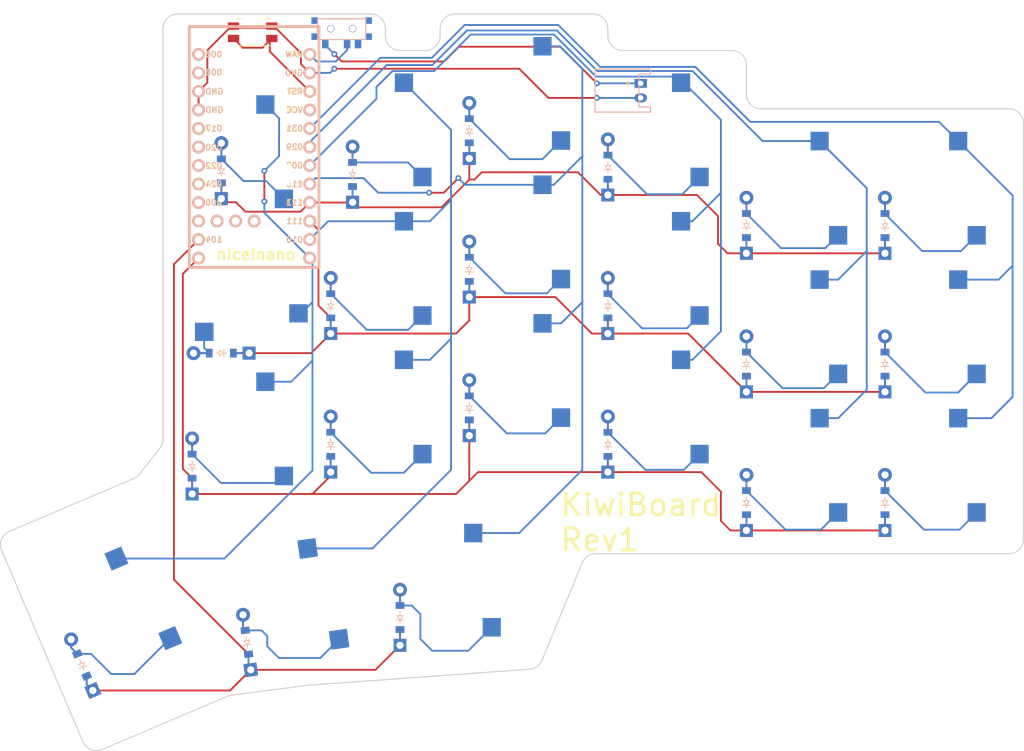
<source format=kicad_pcb>
(kicad_pcb (version 20240108) (generator "pcbnew") (generator_version "8.0")
  (title_block (title "right") (rev "v1.0.0") (company "Unknown"))
  (layers (0 "F.Cu" signal) (31 "B.Cu" signal) (34 "B.Paste" user) (35 "F.Paste" user) (36 "B.SilkS" user "B.Silkscreen") (37 "F.SilkS" user "F.Silkscreen") (38 "B.Mask" user) (39 "F.Mask" user) (44 "Edge.Cuts" user))
  (net 0 "")
  (net 1 "P031")
  (net 2 "mirror_ColA_Row1")
  (net 3 "mirror_ColA_Row2")
  (net 4 "mirror_ColA_Row3")
  (net 5 "P029")
  (net 6 "mirror_ColB_Row1")
  (net 7 "mirror_ColB_Row2")
  (net 8 "mirror_ColB_Row3")
  (net 9 "P002")
  (net 10 "mirror_ColC_Row1")
  (net 11 "mirror_ColC_Row2")
  (net 12 "mirror_ColC_Row3")
  (net 13 "P115")
  (net 14 "mirror_ColD_Row1")
  (net 15 "mirror_ColD_Row2")
  (net 16 "mirror_ColD_Row3")
  (net 17 "P010")
  (net 18 "mirror_ColE_Row1")
  (net 19 "mirror_ColE_Row2")
  (net 20 "mirror_ColE_Row3")
  (net 21 "P009")
  (net 22 "mirror_ColF_Row1")
  (net 23 "mirror_ColF_Row3")
  (net 24 "mirror_ColD_Row0")
  (net 25 "mirror_ColE_Row0")
  (net 26 "mirror_ColF_Row0")
  (net 27 "mirror_ColF_Row2")
  (net 28 "RAW")
  (net 29 "GND")
  (net 30 "RST")
  (net 31 "VCC")
  (net 32 "P113")
  (net 33 "P111")
  (net 34 "P006")
  (net 35 "P008")
  (net 36 "P017")
  (net 37 "P020")
  (net 38 "P022")
  (net 39 "P024")
  (net 40 "P100")
  (net 41 "P011")
  (net 42 "P104")
  (net 43 "P106")
  (net 44 "P101")
  (net 45 "P102")
  (net 46 "P107")
  (net 47 "pos")
  (footprint "E73:SPDT_C128955" (layer "F.Cu") (at 215 99.5)
    (property "Reference" "T1" (hide yes))
    (property "Value" "" (hide yes))
  )
  (footprint "JST_PH_S2B-PH-K_02x2.00mm_Angled" (layer "F.Cu") (at 256 108 -90)
    (property "Reference" "JST1" (hide yes))
    (property "Value" "" (hide yes))
  )
  (footprint "Panasonic_EVQPUL_EVQPUC" (layer "F.Cu") (at 202.8 100)
    (property "Reference" "B1" (hide yes))
    (property "Value" "Panasonic_EVQPUL_EVQPUC" (hide yes))
  )
  (footprint "MX" (layer "F.Cu") (at 240 109 -90)
    (property "Reference" "S12" (hide yes))
    (property "Value" "" (hide yes))
  )
  (footprint "ComboDiode" (layer "F.Cu") (at 194.5 159.5 90)
    (property "Reference" "D14" (hide yes))
    (property "Value" "" (hide yes))
  )
  (footprint "ComboDiode" (layer "F.Cu") (at 251.5 137.5 90)
    (property "Reference" "D8" (hide yes))
    (property "Value" "" (hide yes))
  )
  (footprint "MX" (layer "F.Cu") (at 221 114 -90)
    (property "Reference" "S15" (hide yes))
    (property "Value" "" (hide yes))
  )
  (footprint "MX" (layer "F.Cu") (at 240 147 -90)
    (property "Reference" "S10" (hide yes))
    (property "Value" "" (hide yes))
  )
  (footprint "MX" (layer "F.Cu") (at 297 122 -90)
    (property "Reference" "S3" (hide yes))
    (property "Value" "" (hide yes))
  )
  (footprint "MX" (layer "F.Cu") (at 240 128 -90)
    (property "Reference" "S11" (hide yes))
    (property "Value" "" (hide yes))
  )
  (footprint "MX" (layer "F.Cu") (at 259 152 -90)
    (property "Reference" "S7" (hide yes))
    (property "Value" "" (hide yes))
  )
  (footprint "MX" (layer "F.Cu") (at 221 133 -90)
    (property "Reference" "S14" (hide yes))
    (property "Value" "" (hide yes))
  )
  (footprint "ComboDiode" (layer "F.Cu") (at 270.5 145.5 90)
    (property "Reference" "D5" (hide yes))
    (property "Value" "" (hide yes))
  )
  (footprint "MX" (layer "F.Cu") (at 230.5 175.75 -90)
    (property "Reference" "S18" (hide yes))
    (property "Value" "" (hide yes))
  )
  (footprint "MX" (layer "F.Cu") (at 208.807542 178.148055 -82)
    (property "Reference" "S19" (hide yes))
    (property "Value" "" (hide yes))
  )
  (footprint "MX" (layer "F.Cu") (at 259 114 -90)
    (property "Reference" "S9" (hide yes))
    (property "Value" "" (hide yes))
  )
  (footprint "ComboDiode" (layer "F.Cu") (at 232.5 113.5 90)
    (property "Reference" "D12" (hide yes))
    (property "Value" "" (hide yes))
  )
  (footprint "ComboDiode" (layer "F.Cu") (at 289.5 126.5 90)
    (property "Reference" "D3" (hide yes))
    (property "Value" "" (hide yes))
  )
  (footprint "MX" (layer "F.Cu") (at 278 141 -90)
    (property "Reference" "S5" (hide yes))
    (property "Value" "" (hide yes))
  )
  (footprint "MX" (layer "F.Cu") (at 184.539406 179.679128 -67)
    (property "Reference" "S20" (hide yes))
    (property "Value" "" (hide yes))
  )
  (footprint "MX" (layer "F.Cu") (at 259 133 -90)
    (property "Reference" "S8" (hide yes))
    (property "Value" "" (hide yes))
  )
  (footprint "ComboDiode" (layer "F.Cu") (at 198.5 144 180)
    (property "Reference" "D18" (hide yes))
    (property "Value" "" (hide yes))
  )
  (footprint "ComboDiode" (layer "F.Cu") (at 232.5 151.5 90)
    (property "Reference" "D10" (hide yes))
    (property "Value" "" (hide yes))
  )
  (footprint "ComboDiode" (layer "F.Cu") (at 251.5 118.5 90)
    (property "Reference" "D9" (hide yes))
    (property "Value" "" (hide yes))
  )
  (footprint "ComboDiode" (layer "F.Cu") (at 289.5 145.5 90)
    (property "Reference" "D2" (hide yes))
    (property "Value" "" (hide yes))
  )
  (footprint "MX" (layer "F.Cu") (at 202 155 -90)
    (property "Reference" "S16" (hide yes))
    (property "Value" "" (hide yes))
  )
  (footprint "ComboDiode" (layer "F.Cu") (at 179.393909 186.751884 113)
    (property "Reference" "D17" (hide yes))
    (property "Value" "" (hide yes))
  )
  (footprint "ComboDiode" (layer "F.Cu") (at 213.5 137.5 90)
    (property "Reference" "D21" (hide yes))
    (property "Value" "" (hide yes))
  )
  (footprint "ComboDiode" (layer "F.Cu") (at 251.5 156.5 90)
    (property "Reference" "D7" (hide yes))
    (property "Value" "" (hide yes))
  )
  (footprint "ComboDiode" (layer "F.Cu") (at 216.5 119.5 90)
    (property "Reference" "D20" (hide yes))
    (property "Value" "" (hide yes))
  )
  (footprint "MX" (layer "F.Cu") (at 202 117 -90)
    (property "Reference" "S17" (hide yes))
    (property "Value" "" (hide yes))
  )
  (footprint "MX" (layer "F.Cu") (at 202 136 180)
    (property "Reference" "S21" (hide yes))
    (property "Value" "" (hide yes))
  )
  (footprint "ComboDiode" (layer "F.Cu") (at 202.00681 183.64806 98)
    (property "Reference" "D16" (hide yes))
    (property "Value" "" (hide yes))
  )
  (footprint "MX" (layer "F.Cu") (at 297 141 -90)
    (property "Reference" "S2" (hide yes))
    (property "Value" "" (hide yes))
  )
  (footprint "ComboDiode" (layer "F.Cu") (at 289.5 164.5 90)
    (property "Reference" "D1" (hide yes))
    (property "Value" "" (hide yes))
  )
  (footprint "ComboDiode" (layer "F.Cu") (at 270.5 126.5 90)
    (property "Reference" "D6" (hide yes))
    (property "Value" "" (hide yes))
  )
  (footprint "nice_nano" (layer "F.Cu") (at 203 117 -90)
    (property "Reference" "MCU1" (hide yes))
    (property "Value" "nice_nano" (hide yes))
  )
  (footprint "ComboDiode" (layer "F.Cu") (at 270.5 164.5 90)
    (property "Reference" "D4" (hide yes))
    (property "Value" "" (hide yes))
  )
  (footprint "MX" (layer "F.Cu") (at 278 160 -90)
    (property "Reference" "S4" (hide yes))
    (property "Value" "" (hide yes))
  )
  (footprint "ComboDiode" (layer "F.Cu") (at 213.5 156.5 90)
    (property "Reference" "D13" (hide yes))
    (property "Value" "" (hide yes))
  )
  (footprint "MX" (layer "F.Cu") (at 297 160 -90)
    (property "Reference" "S1" (hide yes))
    (property "Value" "" (hide yes))
  )
  (footprint "ComboDiode" (layer "F.Cu") (at 223 180.25 90)
    (property "Reference" "D15" (hide yes))
    (property "Value" "" (hide yes))
  )
  (footprint "MX" (layer "F.Cu") (at 221 152 -90)
    (property "Reference" "S13" (hide yes))
    (property "Value" "" (hide yes))
  )
  (footprint "ComboDiode" (layer "F.Cu") (at 232.5 132.5 90)
    (property "Reference" "D11" (hide yes))
    (property "Value" "" (hide yes))
  )
  (footprint "ComboDiode" (layer "F.Cu") (at 198.5 119 90)
    (property "Reference" "D19" (hide yes))
    (property "Value" "" (hide yes))
  )
  (footprint "MX" (layer "F.Cu") (at 278 122 -90)
    (property "Reference" "S6" (hide yes))
    (property "Value" "" (hide yes))
  )
  (gr_arc (start 210.352485 189.543301) (mid 210.408111 189.536919) (end 210.463894 189.532096) (stroke (width 0.15)) (layer "Edge.Cuts"))
  (gr_arc (start 228.5 100.5) (mid 227.914214 101.914214) (end 226.5 102.5) (stroke (width 0.15)) (layer "Edge.Cuts"))
  (gr_line (start 226.5 102.5) (end 223 102.5) (stroke (width 0.15)) (layer "Edge.Cuts"))
  (gr_line (start 308.5 169.5) (end 308.5 112.5) (stroke (width 0.15)) (layer "Edge.Cuts"))
  (gr_line (start 270.5 108.5) (end 270.5 104.5) (stroke (width 0.15)) (layer "Edge.Cuts"))
  (gr_line (start 249.5 97.5) (end 230.5 97.5) (stroke (width 0.15)) (layer "Edge.Cuts"))
  (gr_line (start 251.5 100.5) (end 251.5 99.5) (stroke (width 0.15)) (layer "Edge.Cuts"))
  (gr_line (start 228.5 99.5) (end 228.5 100.5) (stroke (width 0.15)) (layer "Edge.Cuts"))
  (gr_arc (start 249.5 97.5) (mid 250.914214 98.085786) (end 251.5 99.5) (stroke (width 0.15)) (layer "Edge.Cuts"))
  (gr_line (start 210.463894 189.532096) (end 240.76715 187.339215) (stroke (width 0.15)) (layer "Edge.Cuts"))
  (gr_line (start 190.068841 157.045298) (end 187.251784 160.608107) (stroke (width 0.15)) (layer "Edge.Cuts"))
  (gr_arc (start 308.5 169.5) (mid 307.914214 170.914214) (end 306.5 171.5) (stroke (width 0.15)) (layer "Edge.Cuts"))
  (gr_arc (start 190.5 155.80484) (mid 190.389138 156.461467) (end 190.068841 157.045298) (stroke (width 0.15)) (layer "Edge.Cuts"))
  (gr_arc (start 168.385681 171.055342) (mid 168.372323 169.524666) (end 169.445229 168.43287) (stroke (width 0.15)) (layer "Edge.Cuts"))
  (gr_arc (start 247.989482 172.737025) (mid 248.726014 171.83778) (end 249.83823 171.5) (stroke (width 0.15)) (layer "Edge.Cuts"))
  (gr_line (start 219 97.5) (end 192.5 97.5) (stroke (width 0.15)) (layer "Edge.Cuts"))
  (gr_arc (start 268.5 102.5) (mid 269.914214 103.085786) (end 270.5 104.5) (stroke (width 0.15)) (layer "Edge.Cuts"))
  (gr_line (start 182.14399 198.349278) (end 199.38053 191.032801) (stroke (width 0.15)) (layer "Edge.Cuts"))
  (gr_arc (start 223 102.5) (mid 221.585786 101.914214) (end 221 100.5) (stroke (width 0.15)) (layer "Edge.Cuts"))
  (gr_line (start 268.5 102.5) (end 253.5 102.5) (stroke (width 0.15)) (layer "Edge.Cuts"))
  (gr_line (start 199.906231 190.890231) (end 210.352484 189.543301) (stroke (width 0.15)) (layer "Edge.Cuts"))
  (gr_arc (start 306.5 110.5) (mid 307.914214 111.085786) (end 308.5 112.5) (stroke (width 0.15)) (layer "Edge.Cuts"))
  (gr_arc (start 219 97.5) (mid 220.414214 98.085786) (end 221 99.5) (stroke (width 0.15)) (layer "Edge.Cuts"))
  (gr_line (start 242.471547 186.107406) (end 247.989482 172.737025) (stroke (width 0.15)) (layer "Edge.Cuts"))
  (gr_line (start 221 100.5) (end 221 99.5) (stroke (width 0.15)) (layer "Edge.Cuts"))
  (gr_line (start 186.464405 161.208658) (end 169.445229 168.43287) (stroke (width 0.15)) (layer "Edge.Cuts"))
  (gr_arc (start 272.5 110.5) (mid 271.085786 109.914214) (end 270.5 108.5) (stroke (width 0.15)) (layer "Edge.Cuts"))
  (gr_line (start 249.83823 171.5) (end 306.5 171.5) (stroke (width 0.15)) (layer "Edge.Cuts"))
  (gr_arc (start 182.14399 198.349278) (mid 180.613314 198.362636) (end 179.521518 197.28973) (stroke (width 0.15)) (layer "Edge.Cuts"))
  (gr_arc (start 253.5 102.5) (mid 252.085786 101.914214) (end 251.5 100.5) (stroke (width 0.15)) (layer "Edge.Cuts"))
  (gr_line (start 306.5 110.5) (end 272.5 110.5) (stroke (width 0.15)) (layer "Edge.Cuts"))
  (gr_arc (start 187.251784 160.608106) (mid 186.895851 160.957885) (end 186.464405 161.208658) (stroke (width 0.15)) (layer "Edge.Cuts"))
  (gr_arc (start 228.5 99.5) (mid 229.085786 98.085786) (end 230.5 97.5) (stroke (width 0.15)) (layer "Edge.Cuts"))
  (gr_arc (start 190.5 99.5) (mid 191.085786 98.085786) (end 192.5 97.5) (stroke (width 0.15)) (layer "Edge.Cuts"))
  (gr_line (start 190.5 99.5) (end 190.5 155.80484) (stroke (width 0.15)) (layer "Edge.Cuts"))
  (gr_arc (start 242.471547 186.107407) (mid 241.794315 186.965404) (end 240.76715 187.339215) (stroke (width 0.15)) (layer "Edge.Cuts"))
  (gr_line (start 168.385681 171.055342) (end 179.521518 197.28973) (stroke (width 0.15)) (layer "Edge.Cuts"))
  (gr_arc (start 199.38053 191.0328) (mid 199.638504 190.943535) (end 199.906231 190.890231) (stroke (width 0.15)) (layer "Edge.Cuts"))
  (gr_text "KiwiBoard\nRev1" (at 244.75 167.2 0) (layer "F.SilkS") (effects (font (size 3 3) (thickness 0.4)) (justify left)))
  (segment (start 231.863604 99) (end 227.363604 103.5) (width 0.25) (layer "B.Cu") (net 1))
  (segment (start 307 132) (end 307 122.375) (width 0.25) (layer "B.Cu") (net 1))
  (segment (start 299.54 152.915) (end 304.085 152.915) (width 0.25) (layer "B.Cu") (net 1))
  (segment (start 307 122.375) (end 299.54 114.915) (width 0.25) (layer "B.Cu") (net 1))
  (segment (start 304.085 152.915) (end 307 150) (width 0.25) (layer "B.Cu") (net 1))
  (segment (start 244.692792 99) (end 231.863604 99) (width 0.25) (layer "B.Cu") (net 1))
  (segment (start 227.363604 103.5) (end 220.31 103.5) (width 0.25) (layer "B.Cu") (net 1))
  (segment (start 271.031802 112.281802) (end 263.5 104.75) (width 0.25) (layer "B.Cu") (net 1))
  (segment (start 305.085 133.915) (end 307 132) (width 0.25) (layer "B.Cu") (net 1))
  (segment (start 299.54 133.915) (end 305.085 133.915) (width 0.25) (layer "B.Cu") (net 1))
  (segment (start 299.54 114.915) (end 296.906802 112.281802) (width 0.25) (layer "B.Cu") (net 1))
  (segment (start 307 150) (end 307 132) (width 0.25) (layer "B.Cu") (net 1))
  (segment (start 250.442792 104.75) (end 244.692792 99) (width 0.25) (layer "B.Cu") (net 1))
  (segment (start 263.5 104.75) (end 250.442792 104.75) (width 0.25) (layer "B.Cu") (net 1))
  (segment (start 220.31 103.5) (end 210.62 113.19) (width 0.25) (layer "B.Cu") (net 1))
  (segment (start 296.906802 112.281802) (end 271.031802 112.281802) (width 0.25) (layer "B.Cu") (net 1))
  (segment (start 289.5 160.69) (end 289.5 162.85) (width 0.25) (layer "F.Cu") (net 2))
  (segment (start 289.5 160.69) (end 289.5 162.85) (width 0.25) (layer "B.Cu") (net 2))
  (segment (start 299.722 168.2) (end 302.08 165.842) (width 0.25) (layer "B.Cu") (net 2))
  (segment (start 294.85 168.2) (end 299.722 168.2) (width 0.25) (layer "B.Cu") (net 2))
  (segment (start 289.5 162.85) (end 294.85 168.2) (width 0.25) (layer "B.Cu") (net 2))
  (segment (start 289.5 141.69) (end 289.5 143.85) (width 0.25) (layer "F.Cu") (net 3))
  (segment (start 299.522 149.4) (end 302.08 146.842) (width 0.25) (layer "B.Cu") (net 3))
  (segment (start 295.05 149.4) (end 299.522 149.4) (width 0.25) (layer "B.Cu") (net 3))
  (segment (start 289.5 141.69) (end 289.5 143.85) (width 0.25) (layer "B.Cu") (net 3))
  (segment (start 289.5 143.85) (end 295.05 149.4) (width 0.25) (layer "B.Cu") (net 3))
  (segment (start 289.5 122.69) (end 289.5 124.85) (width 0.25) (layer "F.Cu") (net 4))
  (segment (start 289.5 122.69) (end 289.5 124.85) (width 0.25) (layer "B.Cu") (net 4))
  (segment (start 289.5 124.85) (end 289.5 124.9) (width 0.25) (layer "B.Cu") (net 4))
  (segment (start 299.922 130) (end 302.08 127.842) (width 0.25) (layer "B.Cu") (net 4))
  (segment (start 294.6 130) (end 299.922 130) (width 0.25) (layer "B.Cu") (net 4))
  (segment (start 289.5 124.9) (end 294.6 130) (width 0.25) (layer "B.Cu") (net 4))
  (segment (start 221.175 104.5) (end 210.62 115.055) (width 0.25) (layer "B.Cu") (net 5))
  (segment (start 283.085 133.915) (end 287 130) (width 0.25) (layer "B.Cu") (net 5))
  (segment (start 210.62 115.055) (end 210.62 115.73) (width 0.25) (layer "B.Cu") (net 5))
  (segment (start 263.115 105.315) (end 250.065 105.315) (width 0.25) (layer "B.Cu") (net 5))
  (segment (start 283.085 152.915) (end 287 149) (width 0.25) (layer "B.Cu") (net 5))
  (segment (start 232.181802 99.75) (end 227.431802 104.5) (width 0.25) (layer "B.Cu") (net 5))
  (segment (start 287 130) (end 287 121.375) (width 0.25) (layer "B.Cu") (net 5))
  (segment (start 287 121.375) (end 280.54 114.915) (width 0.25) (layer "B.Cu") (net 5))
  (segment (start 287 149) (end 287 130) (width 0.25) (layer "B.Cu") (net 5))
  (segment (start 280.54 114.915) (end 272.715 114.915) (width 0.25) (layer "B.Cu") (net 5))
  (segment (start 250.065 105.315) (end 244.5 99.75) (width 0.25) (layer "B.Cu") (net 5))
  (segment (start 244.5 99.75) (end 232.181802 99.75) (width 0.25) (layer "B.Cu") (net 5))
  (segment (start 280.54 133.915) (end 283.085 133.915) (width 0.25) (layer "B.Cu") (net 5))
  (segment (start 272.715 114.915) (end 263.115 105.315) (width 0.25) (layer "B.Cu") (net 5))
  (segment (start 227.431802 104.5) (end 221.175 104.5) (width 0.25) (layer "B.Cu") (net 5))
  (segment (start 280.54 152.915) (end 283.085 152.915) (width 0.25) (layer "B.Cu") (net 5))
  (segment (start 270.5 160.69) (end 270.5 162.85) (width 0.25) (layer "F.Cu") (net 6))
  (segment (start 270.5 160.69) (end 270.5 162.85) (width 0.25) (layer "B.Cu") (net 6))
  (segment (start 280.722 168.2) (end 283.08 165.842) (width 0.25) (layer "B.Cu") (net 6))
  (segment (start 275.85 168.2) (end 280.722 168.2) (width 0.25) (layer "B.Cu") (net 6))
  (segment (start 270.5 162.85) (end 275.85 168.2) (width 0.25) (layer "B.Cu") (net 6))
  (segment (start 270.5 141.69) (end 270.5 143.85) (width 0.25) (layer "F.Cu") (net 7))
  (segment (start 281.122 148.8) (end 283.08 146.842) (width 0.25) (layer "B.Cu") (net 7))
  (segment (start 275.45 148.8) (end 281.122 148.8) (width 0.25) (layer "B.Cu") (net 7))
  (segment (start 270.5 143.85) (end 275.45 148.8) (width 0.25) (layer "B.Cu") (net 7))
  (segment (start 270.5 141.69) (end 270.5 143.85) (width 0.25) (layer "B.Cu") (net 7))
  (segment (start 270.5 122.69) (end 270.5 124.85) (width 0.25) (layer "F.Cu") (net 8))
  (segment (start 270.5 122.69) (end 270.5 124.85) (width 0.25) (layer "B.Cu") (net 8))
  (segment (start 281.322 129.6) (end 283.08 127.842) (width 0.25) (layer "B.Cu") (net 8))
  (segment (start 275.25 129.6) (end 281.322 129.6) (width 0.25) (layer "B.Cu") (net 8))
  (segment (start 270.5 124.85) (end 275.25 129.6) (width 0.25) (layer "B.Cu") (net 8))
  (segment (start 221.965 105.315) (end 219.7741 107.5059) (width 0.25) (layer "B.Cu") (net 9))
  (segment (start 267 112) (end 261.915 106.915) (width 0.25) (layer "B.Cu") (net 9))
  (segment (start 261.54 106.915) (end 260.7 106.075) (width 0.25) (layer "B.Cu") (net 9))
  (segment (start 232.685 100.315) (end 227.685 105.315) (width 0.25) (layer "B.Cu") (net 9))
  (segment (start 244.115 100.315) (end 232.685 100.315) (width 0.25) (layer "B.Cu") (net 9))
  (segment (start 249.875 106.075) (end 244.115 100.315) (width 0.25) (layer "B.Cu") (net 9))
  (segment (start 263.085 125.915) (end 267 122) (width 0.25) (layer "B.Cu") (net 9))
  (segment (start 260.7 106.075) (end 249.875 106.075) (width 0.25) (layer "B.Cu") (net 9))
  (segment (start 227.685 105.315) (end 221.965 105.315) (width 0.25) (layer "B.Cu") (net 9))
  (segment (start 267 141) (end 267 112) (width 0.25) (layer "B.Cu") (net 9))
  (segment (start 219.7741 109.1159) (end 210.62 118.27) (width 0.25) (layer "B.Cu") (net 9))
  (segment (start 261.54 125.915) (end 263.085 125.915) (width 0.25) (layer "B.Cu") (net 9))
  (segment (start 263.085 144.915) (end 267 141) (width 0.25) (layer "B.Cu") (net 9))
  (segment (start 261.54 144.915) (end 263.085 144.915) (width 0.25) (layer "B.Cu") (net 9))
  (segment (start 261.915 106.915) (end 261.54 106.915) (width 0.25) (layer "B.Cu") (net 9))
  (segment (start 219.7741 107.5059) (end 219.7741 109.1159) (width 0.25) (layer "B.Cu") (net 9))
  (segment (start 251.5 152.69) (end 251.5 154.85) (width 0.25) (layer "F.Cu") (net 10))
  (segment (start 256.65 160) (end 261.922 160) (width 0.25) (layer "B.Cu") (net 10))
  (segment (start 251.5 154.85) (end 256.65 160) (width 0.25) (layer "B.Cu") (net 10))
  (segment (start 261.922 160) (end 264.08 157.842) (width 0.25) (layer "B.Cu") (net 10))
  (segment (start 251.5 152.69) (end 251.5 154.85) (width 0.25) (layer "B.Cu") (net 10))
  (segment (start 251.5 133.69) (end 251.5 135.85) (width 0.25) (layer "F.Cu") (net 11))
  (segment (start 251.5 133.69) (end 251.5 135.85) (width 0.25) (layer "B.Cu") (net 11))
  (segment (start 262.322 140.6) (end 264.08 138.842) (width 0.25) (layer "B.Cu") (net 11))
  (segment (start 251.5 135.9) (end 256.2 140.6) (width 0.25) (layer "B.Cu") (net 11))
  (segment (start 256.2 140.6) (end 262.322 140.6) (width 0.25) (layer "B.Cu") (net 11))
  (segment (start 251.5 135.85) (end 251.5 135.9) (width 0.25) (layer "B.Cu") (net 11))
  (segment (start 251.5 114.69) (end 251.5 116.85) (width 0.25) (layer "F.Cu") (net 12))
  (segment (start 251.5 116.85) (end 256.85 122.2) (width 0.25) (layer "B.Cu") (net 12))
  (segment (start 251.5 114.69) (end 251.5 116.85) (width 0.25) (layer "B.Cu") (net 12))
  (segment (start 256.85 122.2) (end 261.722 122.2) (width 0.25) (layer "B.Cu") (net 12))
  (segment (start 261.722 122.2) (end 264.08 119.842) (width 0.25) (layer "B.Cu") (net 12))
  (segment (start 229 122) (end 227 122) (width 0.25) (layer "F.Cu") (net 13))
  (segment (start 231 120) (end 229 122) (width 0.25) (layer "F.Cu") (net 13))
  (via (at 227 122) (size 0.8) (drill 0.4) (layers "F.Cu" "B.Cu") (net 13))
  (via (at 231 120) (size 0.8) (drill 0.4) (layers "F.Cu" "B.Cu") (net 13))
  (segment (start 245.085 139.915) (end 248 137) (width 0.25) (layer "B.Cu") (net 13))
  (segment (start 233.04 168.665) (end 239.335 168.665) (width 0.25) (layer "B.Cu") (net 13))
  (segment (start 244.085 120.915) (end 248 117) (width 0.25) (layer "B.Cu") (net 13))
  (segment (start 242.54 120.915) (end 231.915 120.915) (width 0.25) (layer "B.Cu") (net 13))
  (segment (start 248 117) (end 248 105) (width 0.25) (layer "B.Cu") (net 13))
  (segment (start 227 122) (end 220 122) (width 0.25) (layer "B.Cu") (net 13))
  (segment (start 211.43 120) (end 210.62 120.81) (width 0.25) (layer "B.Cu") (net 13))
  (segment (start 231.915 120.915) (end 231 120) (width 0.25) (layer "B.Cu") (net 13))
  (segment (start 248 137) (end 248 117) (width 0.25) (layer "B.Cu") (net 13))
  (segment (start 218 120) (end 211.43 120) (width 0.25) (layer "B.Cu") (net 13))
  (segment (start 239.335 168.665) (end 248 160) (width 0.25) (layer "B.Cu") (net 13))
  (segment (start 220 122) (end 218 120) (width 0.25) (layer "B.Cu") (net 13))
  (segment (start 244.915 101.915) (end 242.54 101.915) (width 0.25) (layer "B.Cu") (net 13))
  (segment (start 248 160) (end 248 137) (width 0.25) (layer "B.Cu") (net 13))
  (segment (start 242.54 139.915) (end 245.085 139.915) (width 0.25) (layer "B.Cu") (net 13))
  (segment (start 242.54 120.915) (end 244.085 120.915) (width 0.25) (layer "B.Cu") (net 13))
  (segment (start 248 105) (end 244.915 101.915) (width 0.25) (layer "B.Cu") (net 13))
  (segment (start 232.5 147.69) (end 232.5 149.85) (width 0.25) (layer "F.Cu") (net 14))
  (segment (start 242.922 155) (end 245.08 152.842) (width 0.25) (layer "B.Cu") (net 14))
  (segment (start 232.5 147.69) (end 232.5 149.85) (width 0.25) (layer "B.Cu") (net 14))
  (segment (start 237.65 155) (end 242.922 155) (width 0.25) (layer "B.Cu") (net 14))
  (segment (start 232.5 149.85) (end 237.65 155) (width 0.25) (layer "B.Cu") (net 14))
  (segment (start 232.5 128.69) (end 232.5 130.85) (width 0.25) (layer "F.Cu") (net 15))
  (segment (start 237.45 135.8) (end 243.122 135.8) (width 0.25) (layer "B.Cu") (net 15))
  (segment (start 232.5 128.69) (end 232.5 130.85) (width 0.25) (layer "B.Cu") (net 15))
  (segment (start 243.122 135.8) (end 245.08 133.842) (width 0.25) (layer "B.Cu") (net 15))
  (segment (start 232.5 130.85) (end 237.45 135.8) (width 0.25) (layer "B.Cu") (net 15))
  (segment (start 232.5 109.69) (end 232.5 111.85) (width 0.25) (layer "F.Cu") (net 16))
  (segment (start 238.05 117.4) (end 242.522 117.4) (width 0.25) (layer "B.Cu") (net 16))
  (segment (start 232.5 111.85) (end 238.05 117.4) (width 0.25) (layer "B.Cu") (net 16))
  (segment (start 242.522 117.4) (end 245.08 114.842) (width 0.25) (layer "B.Cu") (net 16))
  (segment (start 232.5 109.69) (end 232.5 111.85) (width 0.25) (layer "B.Cu") (net 16))
  (segment (start 210.336781 170.778506) (end 219.221494 170.778506) (width 0.25) (layer "B.Cu") (net 17))
  (segment (start 219.221494 170.778506) (end 230 160) (width 0.25) (layer "B.Cu") (net 17))
  (segment (start 230 123) (end 230 113.375) (width 0.25) (layer "B.Cu") (net 17))
  (segment (start 223.54 144.915) (end 227.085 144.915) (width 0.25) (layer "B.Cu") (net 17))
  (segment (start 223.54 125.915) (end 227.085 125.915) (width 0.25) (layer "B.Cu") (net 17))
  (segment (start 227.085 125.915) (end 230 123) (width 0.25) (layer "B.Cu") (net 17))
  (segment (start 223.54 125.915) (end 213.135 125.915) (width 0.25) (layer "B.Cu") (net 17))
  (segment (start 227.085 144.915) (end 230 142) (width 0.25) (layer "B.Cu") (net 17))
  (segment (start 230 142) (end 230 123) (width 0.25) (layer "B.Cu") (net 17))
  (segment (start 230 113.375) (end 223.54 106.915) (width 0.25) (layer "B.Cu") (net 17))
  (segment (start 213.135 125.915) (end 210.62 128.43) (width 0.25) (layer "B.Cu") (net 17))
  (segment (start 230 160) (end 230 142) (width 0.25) (layer "B.Cu") (net 17))
  (segment (start 213.5 152.69) (end 213.5 154.85) (width 0.25) (layer "F.Cu") (net 18))
  (segment (start 223.522 160.4) (end 226.08 157.842) (width 0.25) (layer "B.Cu") (net 18))
  (segment (start 213.5 154.85) (end 219.05 160.4) (width 0.25) (layer "B.Cu") (net 18))
  (segment (start 219.05 160.4) (end 223.522 160.4) (width 0.25) (layer "B.Cu") (net 18))
  (segment (start 213.5 152.69) (end 213.5 154.85) (width 0.25) (layer "B.Cu") (net 18))
  (segment (start 213.5 133.69) (end 213.5 135.85) (width 0.25) (layer "F.Cu") (net 19))
  (segment (start 213.5 135.85) (end 218.4 140.75) (width 0.25) (layer "B.Cu") (net 19))
  (segment (start 213.5 133.69) (end 213.5 135.85) (width 0.25) (layer "B.Cu") (net 19))
  (segment (start 218.4 140.75) (end 218.4 140.8) (width 0.25) (layer "B.Cu") (net 19))
  (segment (start 224.122 140.8) (end 226.08 138.842) (width 0.25) (layer "B.Cu") (net 19))
  (segment (start 218.4 140.8) (end 224.122 140.8) (width 0.25) (layer "B.Cu") (net 19))
  (segment (start 216.5 117.85) (end 216.5 115.69) (width 0.25) (layer "F.Cu") (net 20))
  (segment (start 216.5 115.69) (end 216.5 117.85) (width 0.25) (layer "B.Cu") (net 20))
  (segment (start 216.5 117.85) (end 224.088 117.85) (width 0.25) (layer "B.Cu") (net 20))
  (segment (start 224.088 117.85) (end 226.08 119.842) (width 0.25) (layer "B.Cu") (net 20))
  (segment (start 204.4 119) (end 204.4 123.2) (width 0.25) (layer "F.Cu") (net 21))
  (via (at 204.4 119) (size 0.8) (drill 0.4) (layers "F.Cu" "B.Cu") (net 21))
  (via (at 204.4 123.2) (size 0.8) (drill 0.4) (layers "F.Cu" "B.Cu") (net 21))
  (segment (start 184.109158 172.164894) (end 198.932106 172.164894) (width 0.25) (layer "B.Cu") (net 21))
  (segment (start 204.54 147.915) (end 208.085 147.915) (width 0.25) (layer "B.Cu") (net 21))
  (segment (start 206.415 111.79) (end 206.415 116.985) (width 0.25) (layer "B.Cu") (net 21))
  (segment (start 204.54 109.915) (end 206.415 111.79) (width 0.25) (layer "B.Cu") (net 21))
  (segment (start 204.4 123.2) (end 204.4 124.75) (width 0.25) (layer "B.Cu") (net 21))
  (segment (start 211 137) (end 211 131.35) (width 0.25) (layer "B.Cu") (net 21))
  (segment (start 211 160.097) (end 211 145) (width 0.25) (layer "B.Cu") (net 21))
  (segment (start 209.46 138.54) (end 211 137) (width 0.25) (layer "B.Cu") (net 21))
  (segment (start 211 145) (end 211 137) (width 0.25) (layer "B.Cu") (net 21))
  (segment (start 198.932106 172.164894) (end 211 160.097) (width 0.25) (layer "B.Cu") (net 21))
  (segment (start 208.085 147.915) (end 211 145) (width 0.25) (layer "B.Cu") (net 21))
  (segment (start 209.085 138.54) (end 209.46 138.54) (width 0.25) (layer "B.Cu") (net 21))
  (segment (start 206.415 116.985) (end 204.4 119) (width 0.25) (layer "B.Cu") (net 21))
  (segment (start 211 131.35) (end 210.62 130.97) (width 0.25) (layer "B.Cu") (net 21))
  (segment (start 204.4 124.75) (end 210.62 130.97) (width 0.25) (layer "B.Cu") (net 21))
  (segment (start 194.5 155.69) (end 194.5 157.85) (width 0.25) (layer "F.Cu") (net 22))
  (segment (start 198.45 161.8) (end 206.122 161.8) (width 0.25) (layer "B.Cu") (net 22))
  (segment (start 206.122 161.8) (end 207.08 160.842) (width 0.25) (layer "B.Cu") (net 22))
  (segment (start 194.5 157.85) (end 198.45 161.8) (width 0.25) (layer "B.Cu") (net 22))
  (segment (start 194.5 155.69) (end 194.5 157.85) (width 0.25) (layer "B.Cu") (net 22))
  (segment (start 198.5 115.19) (end 198.5 117.35) (width 0.25) (layer "F.Cu") (net 23))
  (segment (start 198.5 117.35) (end 201.55 120.4) (width 0.25) (layer "B.Cu") (net 23))
  (segment (start 201.55 120.4) (end 204.638 120.4) (width 0.25) (layer "B.Cu") (net 23))
  (segment (start 198.5 115.19) (end 198.5 117.35) (width 0.25) (layer "B.Cu") (net 23))
  (segment (start 204.638 120.4) (end 207.08 122.842) (width 0.25) (layer "B.Cu") (net 23))
  (segment (start 223 176.44) (end 223 178.6) (width 0.25) (layer "F.Cu") (net 24))
  (segment (start 223 178.6) (end 224.6 178.6) (width 0.25) (layer "B.Cu") (net 24))
  (segment (start 227.4 184.8) (end 232.372 184.8) (width 0.25) (layer "B.Cu") (net 24))
  (segment (start 223 176.44) (end 223 178.6) (width 0.25) (layer "B.Cu") (net 24))
  (segment (start 225.8 179.8) (end 225.8 183.2) (width 0.25) (layer "B.Cu") (net 24))
  (segment (start 232.372 184.8) (end 235.58 181.592) (width 0.25) (layer "B.Cu") (net 24))
  (segment (start 224.6 178.6) (end 225.8 179.8) (width 0.25) (layer "B.Cu") (net 24))
  (segment (start 225.8 183.2) (end 227.4 184.8) (width 0.25) (layer "B.Cu") (net 24))
  (segment (start 201.476559 179.875139) (end 201.476559 181.713503) (width 0.25) (layer "F.Cu") (net 25))
  (segment (start 201.476559 181.713503) (end 201.777174 182.014118) (width 0.25) (layer "F.Cu") (net 25))
  (segment (start 204.014118 182.014118) (end 204.8 182.8) (width 0.25) (layer "B.Cu") (net 25))
  (segment (start 204.8 182.8) (end 204.8 184.2) (width 0.25) (layer "B.Cu") (net 25))
  (segment (start 206.4 185.8) (end 212.077355 185.8) (width 0.25) (layer "B.Cu") (net 25))
  (segment (start 212.077355 185.8) (end 214.651153 183.226202) (width 0.25) (layer "B.Cu") (net 25))
  (segment (start 201.777174 182.014118) (end 204.014118 182.014118) (width 0.25) (layer "B.Cu") (net 25))
  (segment (start 204.8 184.2) (end 206.4 185.8) (width 0.25) (layer "B.Cu") (net 25))
  (segment (start 201.47656 181.713504) (end 201.777174 182.014118) (width 0.25) (layer "B.Cu") (net 25))
  (segment (start 201.47656 179.875139) (end 201.47656 181.713504) (width 0.25) (layer "B.Cu") (net 25))
  (segment (start 177.905222 184.38907) (end 178.749203 185.233051) (width 0.25) (layer "F.Cu") (net 26))
  (segment (start 177.905222 183.244761) (end 177.905222 184.38907) (width 0.25) (layer "F.Cu") (net 26))
  (segment (start 183.4 188) (end 186.570025 188) (width 0.25) (layer "B.Cu") (net 26))
  (segment (start 177.905223 184.389071) (end 178.749203 185.233051) (width 0.25) (layer "B.Cu") (net 26))
  (segment (start 177.905223 183.244761) (end 177.905223 184.389071) (width 0.25) (layer "B.Cu") (net 26))
  (segment (start 180.633051 185.233051) (end 183.4 188) (width 0.25) (layer "B.Cu") (net 26))
  (segment (start 178.749203 185.233051) (end 180.633051 185.233051) (width 0.25) (layer "B.Cu") (net 26))
  (segment (start 186.570025 188) (end 191.498222 183.071803) (width 0.25) (layer "B.Cu") (net 26))
  (segment (start 196.85 144) (end 194.69 144) (width 0.25) (layer "F.Cu") (net 27))
  (segment (start 196.85 144) (end 194.69 144) (width 0.25) (layer "B.Cu") (net 27))
  (segment (start 196.158 141.08) (end 196.158 143.308) (width 0.25) (layer "B.Cu") (net 27))
  (segment (start 196.158 143.308) (end 196.85 144) (width 0.25) (layer "B.Cu") (net 27))
  (segment (start 214.2 104) (end 211.59 104) (width 0.25) (layer "B.Cu") (net 28))
  (segment (start 215.75 102.45) (end 214.2 104) (width 0.25) (layer "B.Cu") (net 28))
  (segment (start 215.75 101.575) (end 215.75 102.45) (width 0.25) (layer "B.Cu") (net 28))
  (segment (start 211.59 104) (end 210.62 103.03) (width 0.25) (layer "B.Cu") (net 28))
  (segment (start 239.350131 105) (end 214 105) (width 0.25) (layer "F.Cu") (net 29))
  (segment (start 195.38 108.11) (end 195.38 110.65) (width 0.25) (layer "F.Cu") (net 29))
  (segment (start 205.2 99.375) (end 205.425 99.15) (width 0.25) (layer "F.Cu") (net 29))
  (segment (start 250 109) (end 245 109) (width 0.25) (layer "F.Cu") (net 29))
  (segment (start 209.4187 102.8687) (end 209.4187 104.3687) (width 0.25) (layer "F.Cu") (net 29))
  (segment (start 199.9 99.15) (end 196.5813 102.4687) (width 0.25) (layer "F.Cu") (net 29))
  (segment (start 196.5813 106.9087) (end 195.38 108.11) (width 0.25) (layer "F.Cu") (net 29))
  (segment (start 200.4 99.375) (end 205.2 99.375) (width 0.25) (layer "F.Cu") (net 29))
  (segment (start 205.7 99.15) (end 209.4187 102.8687) (width 0.25) (layer "F.Cu") (net 29))
  (segment (start 209.4187 104.3687) (end 210.62 105.57) (width 0.25) (layer "F.Cu") (net 29))
  (segment (start 200.175 99.15) (end 199.9 99.15) (width 0.25) (layer "F.Cu") (net 29))
  (segment (start 200.175 99.15) (end 200.4 99.375) (width 0.25) (layer "F.Cu") (net 29))
  (segment (start 245 109) (end 243.350131 109) (width 0.25) (layer "F.Cu") (net 29))
  (segment (start 243.350131 109) (end 239.350131 105) (width 0.25) (layer "F.Cu") (net 29))
  (segment (start 205.425 99.15) (end 205.7 99.15) (width 0.25) (layer "F.Cu") (net 29))
  (segment (start 196.5813 102.4687) (end 196.5813 106.9087) (width 0.25) (layer "F.Cu") (net 29))
  (via (at 250 109) (size 0.8) (drill 0.4) (layers "F.Cu" "B.Cu") (net 29))
  (via (at 214 105) (size 0.8) (drill 0.4) (layers "F.Cu" "B.Cu") (net 29))
  (segment (start 256 109) (end 250 109) (width 0.25) (layer "B.Cu") (net 29))
  (segment (start 213.43 105.57) (end 210.62 105.57) (width 0.25) (layer "B.Cu") (net 29))
  (segment (start 214 105) (end 213.43 105.57) (width 0.25) (layer "B.Cu") (net 29))
  (segment (start 210.875 105.315) (end 210.62 105.57) (width 0.25) (layer "B.Cu") (net 29))
  (segment (start 205.1375 101.1375) (end 205.1375 102.6275) (width 0.25) (layer "F.Cu") (net 30))
  (segment (start 200.175 100.85) (end 201.45 102.125) (width 0.25) (layer "F.Cu") (net 30))
  (segment (start 204.15 102.125) (end 205.425 100.85) (width 0.25) (layer "F.Cu") (net 30))
  (segment (start 205.1375 102.6275) (end 210.62 108.11) (width 0.25) (layer "F.Cu") (net 30))
  (segment (start 201.45 102.125) (end 204.15 102.125) (width 0.25) (layer "F.Cu") (net 30))
  (segment (start 205.425 100.85) (end 205.1375 101.1375) (width 0.25) (layer "F.Cu") (net 30))
  (segment (start 266.6 129) (end 267.91 130.31) (width 0.25) (layer "F.Cu") (net 32))
  (segment (start 216.46 123.35) (end 216.5 123.31) (width 0.25) (layer "F.Cu") (net 32))
  (segment (start 289.5 128.15) (end 289.5 130.31) (width 0.25) (layer "F.Cu") (net 32))
  (segment (start 216.5 121.15) (end 216.5 123.31) (width 0.25) (layer "F.Cu") (net 32))
  (segment (start 198.5 120.65) (end 198.5 122.81) (width 0.25) (layer "F.Cu") (net 32))
  (segment (start 234.2 119.2) (end 247.4 119.2) (width 0.25) (layer "F.Cu") (net 32))
  (segment (start 263.71 122.31) (end 266.6 125.2) (width 0.25) (layer "F.Cu") (net 32))
  (segment (start 270.5 130.31) (end 289.5 130.31) (width 0.25) (layer "F.Cu") (net 32))
  (segment (start 228.7 124) (end 232.5 120.2) (width 0.25) (layer "F.Cu") (net 32))
  (segment (start 216.5 123.31) (end 217.19 124) (width 0.25) (layer "F.Cu") (net 32))
  (segment (start 209.37 124.6) (end 210.62 123.35) (width 0.25) (layer "F.Cu") (net 32))
  (segment (start 210.62 123.35) (end 216.46 123.35) (width 0.25) (layer "F.Cu") (net 32))
  (segment (start 217.19 124) (end 228.7 124) (width 0.25) (layer "F.Cu") (net 32))
  (segment (start 201.8 124.6) (end 209.37 124.6) (width 0.25) (layer "F.Cu") (net 32))
  (segment (start 247.4 119.2) (end 250.51 122.31) (width 0.25) (layer "F.Cu") (net 32))
  (segment (start 232.5 120.2) (end 233.2 120.2) (width 0.25) (layer "F.Cu") (net 32))
  (segment (start 250.51 122.31) (end 251.5 122.31) (width 0.25) (layer "F.Cu") (net 32))
  (segment (start 251.5 122.31) (end 263.71 122.31) (width 0.25) (layer "F.Cu") (net 32))
  (segment (start 233.2 120.2) (end 234.2 119.2) (width 0.25) (layer "F.Cu") (net 32))
  (segment (start 267.91 130.31) (end 270.5 130.31) (width 0.25) (layer "F.Cu") (net 32))
  (segment (start 232.5 117.31) (end 232.5 115.15) (width 0.25) (layer "F.Cu") (net 32))
  (segment (start 198.5 122.81) (end 198.9959 123.3059) (width 0.25) (layer "F.Cu") (net 32))
  (segment (start 200.5059 123.3059) (end 201.8 124.6) (width 0.25) (layer "F.Cu") (net 32))
  (segment (start 251.5 120.15) (end 251.5 122.31) (width 0.25) (layer "F.Cu") (net 32))
  (segment (start 198.9959 123.3059) (end 200.5059 123.3059) (width 0.25) (layer "F.Cu") (net 32))
  (segment (start 266.6 125.2) (end 266.6 129) (width 0.25) (layer "F.Cu") (net 32))
  (segment (start 232.5 120.2) (end 232.5 117.31) (width 0.25) (layer "F.Cu") (net 32))
  (segment (start 270.5 128.15) (end 270.5 130.31) (width 0.25) (layer "F.Cu") (net 32))
  (segment (start 289.5 130.31) (end 289.5 128.15) (width 0.25) (layer "B.Cu") (net 32))
  (segment (start 270.5 128.15) (end 270.5 130.31) (width 0.25) (layer "B.Cu") (net 32))
  (segment (start 232.5 115.15) (end 232.5 117.31) (width 0.25) (layer "B.Cu") (net 32))
  (segment (start 198.5 120.65) (end 198.5 122.81) (width 0.25) (layer "B.Cu") (net 32))
  (segment (start 251.5 122.31) (end 251.5 120.15) (width 0.25) (layer "B.Cu") (net 32))
  (segment (start 216.5 121.15) (end 216.5 123.31) (width 0.25) (layer "B.Cu") (net 32))
  (segment (start 213.5 139.15) (end 211.8213 137.4713) (width 0.25) (layer "F.Cu") (net 33))
  (segment (start 232.5 139.5) (end 232.5 136.31) (width 0.25) (layer "F.Cu") (net 33))
  (segment (start 262.5 141.31) (end 270.5 149.31) (width 0.25) (layer "F.Cu") (net 33))
  (segment (start 251.5 141.31) (end 262.5 141.31) (width 0.25) (layer "F.Cu") (net 33))
  (segment (start 230.69 141.31) (end 232.5 139.5) (width 0.25) (layer "F.Cu") (net 33))
  (segment (start 232.5 134.15) (end 232.5 136.31) (width 0.25) (layer "F.Cu") (net 33))
  (segment (start 213.5 141.31) (end 230.69 141.31) (width 0.25) (layer "F.Cu") (net 33))
  (segment (start 210.81 144) (end 213.5 141.31) (width 0.25) (layer "F.Cu") (net 33))
  (segment (start 270.5 147.15) (end 270.5 149.31) (width 0.25) (layer "F.Cu") (net 33))
  (segment (start 244.31 136.31) (end 249.31 141.31) (width 0.25) (layer "F.Cu") (net 33))
  (segment (start 211.8213 137.4713) (end 211.8213 127.0913) (width 0.25) (layer "F.Cu") (net 33))
  (segment (start 270.5 149.31) (end 289.5 149.31) (width 0.25) (layer "F.Cu") (net 33))
  (segment (start 211.8213 127.0913) (end 210.62 125.89) (width 0.25) (layer "F.Cu") (net 33))
  (segment (start 213.5 139.15) (end 213.5 141.31) (width 0.25) (layer "F.Cu") (net 33))
  (segment (start 251.5 139.15) (end 251.5 141.31) (width 0.25) (layer "F.Cu") (net 33))
  (segment (start 200.15 144) (end 202.31 144) (width 0.25) (layer "F.Cu") (net 33))
  (segment (start 232.5 136.31) (end 244.31 136.31) (width 0.25) (layer "F.Cu") (net 33))
  (segment (start 249.31 141.31) (end 251.5 141.31) (width 0.25) (layer "F.Cu") (net 33))
  (segment (start 289.5 147.15) (end 289.5 149.31) (width 0.25) (layer "F.Cu") (net 33))
  (segment (start 202.31 144) (end 210.81 144) (width 0.25) (layer "F.Cu") (net 33))
  (segment (start 289.5 149.31) (end 289.5 147.15) (width 0.25) (layer "B.Cu") (net 33))
  (segment (start 232.5 134.15) (end 232.5 136.31) (width 0.25) (layer "B.Cu") (net 33))
  (segment (start 251.5 139.15) (end 251.5 141.31) (width 0.25) (layer "B.Cu") (net 33))
  (segment (start 200.15 144) (end 202.31 144) (width 0.25) (layer "B.Cu") (net 33))
  (segment (start 270.5 149.31) (end 270.5 147.15) (width 0.25) (layer "B.Cu") (net 33))
  (segment (start 213.5 139.15) (end 213.5 141.31) (width 0.25) (layer "B.Cu") (net 33))
  (segment (start 202.53706 187.420981) (end 219.639019 187.420981) (width 0.25) (layer "F.Cu") (net 42))
  (segment (start 192 131.81) (end 195.38 128.43) (width 0.25) (layer "F.Cu") (net 42))
  (segment (start 223 184.06) (end 223 181.9) (width 0.25) (layer "F.Cu") (net 42))
  (segment (start 202.236446 187.120367) (end 202.53706 187.420981) (width 0.25) (layer "F.Cu") (net 42))
  (segment (start 180.882595 190.259007) (end 199.699034 190.259007) (width 0.25) (layer "F.Cu") (net 42))
  (segment (start 202.236446 185.282002) (end 202.236446 187.120367) (width 0.25) (layer "F.Cu") (net 42))
  (segment (start 180.038615 188.270717) (end 180.038615 189.415027) (width 0.25) (layer "F.Cu") (net 42))
  (segment (start 219.639019 187.420981) (end 223 184.06) (width 0.25) (layer "F.Cu") (net 42))
  (segment (start 199.699034 190.259007) (end 202.53706 187.420981) (width 0.25) (layer "F.Cu") (net 42))
  (segment (start 202.236446 185.282002) (end 192 175.045556) (width 0.25) (layer "F.Cu") (net 42))
  (segment (start 192 175.045556) (end 192 131.81) (width 0.25) (layer "F.Cu") (net 42))
  (segment (start 180.038615 189.415027) (end 180.882595 190.259007) (width 0.25) (layer "F.Cu") (net 42))
  (segment (start 180.038615 189.415026) (end 180.882596 190.259007) (width 0.25) (layer "B.Cu") (net 42))
  (segment (start 202.236446 187.120366) (end 202.537061 187.420981) (width 0.25) (layer "B.Cu") (net 42))
  (segment (start 202.236446 185.282002) (end 202.236446 187.120366) (width 0.25) (layer "B.Cu") (net 42))
  (segment (start 180.038615 188.270717) (end 180.038615 189.415026) (width 0.25) (layer "B.Cu") (net 42))
  (segment (start 223 181.9) (end 223 184.06) (width 0.25) (layer "B.Cu") (net 42))
  (segment (start 233.69 160.31) (end 251.5 160.31) (width 0.25) (layer "F.Cu") (net 43))
  (segment (start 289.5 166.15) (end 289.5 168.31) (width 0.25) (layer "F.Cu") (net 43))
  (segment (start 213.5 160.81) (end 213.5 160.31) (width 0.25) (layer "F.Cu") (net 43))
  (segment (start 211 163.31) (end 230.69 163.31) (width 0.25) (layer "F.Cu") (net 43))
  (segment (start 211 163.31) (end 213.5 160.81) (width 0.25) (layer "F.Cu") (net 43))
  (segment (start 232.5 161.5) (end 232.5 155.31) (width 0.25) (layer "F.Cu") (net 43))
  (segment (start 270.5 166.15) (end 270.5 168.31) (width 0.25) (layer "F.Cu") (net 43))
  (segment (start 232.5 153.15) (end 232.5 155.31) (width 0.25) (layer "F.Cu") (net 43))
  (segment (start 194.5 163.31) (end 211 163.31) (width 0.25) (layer "F.Cu") (net 43))
  (segment (start 193.2225 133.1275) (end 195.38 130.97) (width 0.25) (layer "F.Cu") (net 43))
  (segment (start 270.5 168.31) (end 289.5 168.31) (width 0.25) (layer "F.Cu") (net 43))
  (segment (start 230.69 163.31) (end 232.5 161.5) (width 0.25) (layer "F.Cu") (net 43))
  (segment (start 232.5 161.5) (end 233.69 160.31) (width 0.25) (layer "F.Cu") (net 43))
  (segment (start 193.2225 159.8725) (end 193.2225 133.1275) (width 0.25) (layer "F.Cu") (net 43))
  (segment (start 251.5 158.15) (end 251.5 160.31) (width 0.25) (layer "F.Cu") (net 43))
  (segment (start 251.5 160.31) (end 264.31 160.31) (width 0.25) (layer "F.Cu") (net 43))
  (segment (start 267 167) (end 268.31 168.31) (width 0.25) (layer "F.Cu") (net 43))
  (segment (start 194.5 161.15) (end 193.2225 159.8725) (width 0.25) (layer "F.Cu") (net 43))
  (segment (start 267 163) (end 267 167) (width 0.25) (layer "F.Cu") (net 43))
  (segment (start 213.5 158.15) (end 213.5 160.31) (width 0.25) (layer "F.Cu") (net 43))
  (segment (start 268.31 168.31) (end 270.5 168.31) (width 0.25) (layer "F.Cu") (net 43))
  (segment (start 264.31 160.31) (end 267 163) (width 0.25) (layer "F.Cu") (net 43))
  (segment (start 194.5 161.15) (end 194.5 163.31) (width 0.25) (layer "F.Cu") (net 43))
  (segment (start 213.5 158.15) (end 213.5 160.31) (width 0.25) (layer "B.Cu") (net 43))
  (segment (start 270.5 166.15) (end 270.5 168.31) (width 0.25) (layer "B.Cu") (net 43))
  (segment (start 251.5 158.15) (end 251.5 160.31) (width 0.25) (layer "B.Cu") (net 43))
  (segment (start 232.5 153.15) (end 232.5 155.31) (width 0.25) (layer "B.Cu") (net 43))
  (segment (start 289.5 166.15) (end 289.5 168.31) (width 0.25) (layer "B.Cu") (net 43))
  (segment (start 194.5 161.15) (end 194.5 163.31) (width 0.25) (layer "B.Cu") (net 43))
  (segment (start 244.98042 101.98042) (end 250 107) (width 0.25) (layer "F.Cu") (net 47))
  (segment (start 231.075525 101.98042) (end 244.98042 101.98042) (width 0.25) (layer "F.Cu") (net 47))
  (segment (start 229.055945 104) (end 231.075525 101.98042) (width 0.25) (layer "F.Cu") (net 47))
  (segment (start 214 103) (end 215 104) (width 0.25) (layer "F.Cu") (net 47))
  (segment (start 215 104) (end 229.055945 104) (width 0.25) (layer "F.Cu") (net 47))
  (via (at 250 107) (size 0.8) (drill 0.4) (layers "F.Cu" "B.Cu") (net 47))
  (via (at 214 103) (size 0.8) (drill 0.4) (layers "F.Cu" "B.Cu") (net 47))
  (segment (start 214 103) (end 212.75 101.75) (width 0.25) (layer "B.Cu") (net 47))
  (segment (start 212.75 101.75) (end 212.75 101.575) (width 0.25) (layer "B.Cu") (net 47))
  (segment (start 256 107) (end 250 107) (width 0.25) (layer "B.Cu") (net 47))
)
</source>
